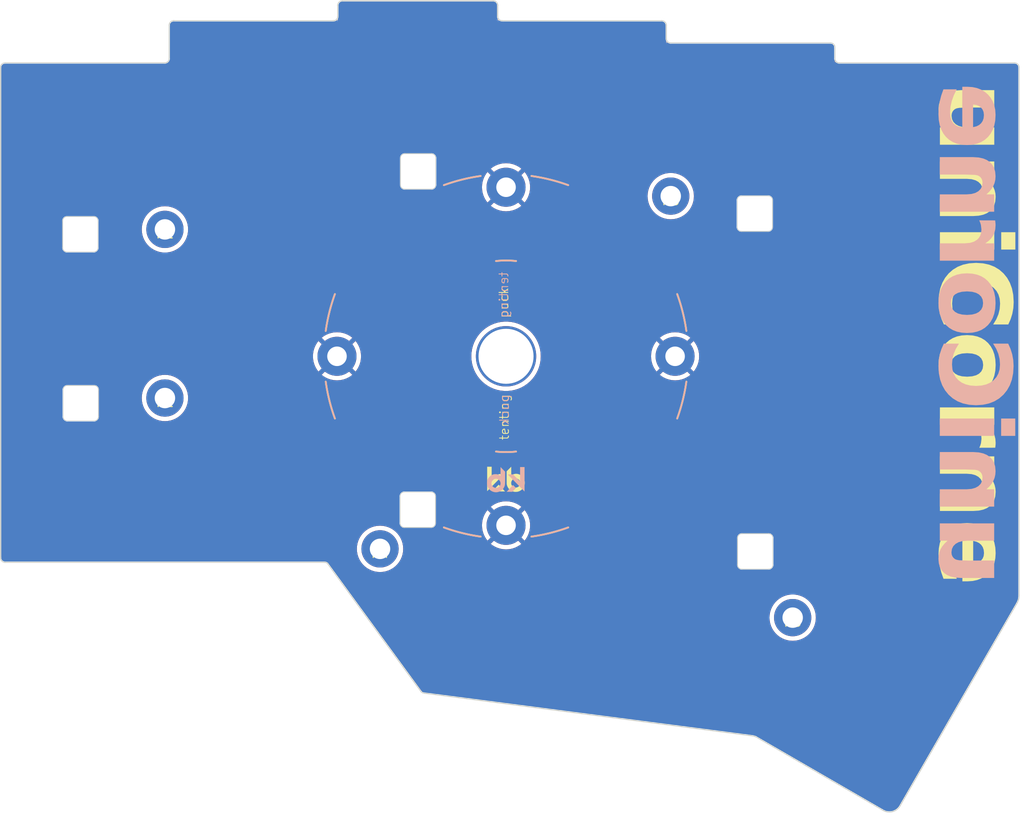
<source format=kicad_pcb>
(kicad_pcb (version 20221018) (generator pcbnew)
  (layers (0 "F.Cu" signal) (31 "B.Cu" signal) (34 "B.Paste" user) (35 "F.Paste" user) (36 "B.SilkS" user "B.Silkscreen") (37 "F.SilkS" user "F.Silkscreen") (38 "B.Mask" user) (39 "F.Mask" user) (44 "Edge.Cuts" user))
  (net 0 "")
  (net 1 "GND")
  (footprint "KBD_PARTS:M2_Hole_TH" (layer "F.Cu") (at 98.39 105.846905)
    (fp_text reference "H2" (at 0 0.5) (layer "F.SilkS"))
    (fp_text value "MountingHole")
    (pad "" thru_hole circle locked (at 0 0.003095) (size 4.2 4.2) (drill 2.3) (layers "*.Cu" "*.Mask"))
  )
  (footprint "KBD_PARTS:M2_Hole_TH" (layer "F.Cu") (at 122.63 122.846905)
    (fp_text reference "H4" (at 0 0.5) (layer "F.SilkS"))
    (fp_text value "MountingHole")
    (pad "" thru_hole circle locked (at 0 0) (size 4.2 4.2) (drill 2.3) (layers "*.Cu" "*.Mask"))
  )
  (footprint "KBD_PARTS:M2_Hole_TH" (layer "F.Cu") (at 98.39 86.846905)
    (fp_text reference "H1" (at 0 0.5) (layer "F.SilkS"))
    (fp_text value "MountingHole")
    (pad "" thru_hole circle locked (at 0 0) (size 4.2 4.2) (drill 2.3) (layers "*.Cu" "*.Mask"))
  )
  (footprint "KBD_PARTS:M2_Hole_TH" (layer "F.Cu") (at 169.13 130.596905)
    (fp_text reference "H3" (at 0 0.5) (layer "F.SilkS"))
    (fp_text value "MountingHole")
    (pad "" thru_hole circle locked (at 0 0) (size 4.2 4.2) (drill 2.3) (layers "*.Cu" "*.Mask"))
  )
  (footprint "KBD_PARTS:M2_Hole_TH" (layer "F.Cu") (at 155.39 83.096905)
    (fp_text reference "H5" (at 0 0.5) (layer "F.SilkS"))
    (fp_text value "MountingHole")
    (pad "" thru_hole circle locked (at 0 0) (size 4.2 4.2) (drill 2.3) (layers "*.Cu" "*.Mask"))
  )
  (footprint "PCM_marbastlib-various:SplitkbTentingPuck" (layer "F.Cu") (at 136.83 101.146905)
    (fp_text reference "J3")
    (fp_text value "Tenting Puck")
    (fp_text user "puck" (at -0.1905 6.0325 90 unlocked) (layer "B.SilkS") (effects (font (thickness 0.1)) (justify mirror)))
    (fp_text user "tenting" (at -0.254 -6.9215 90) (layer "B.SilkS") (effects (font (thickness 0.1)) (justify mirror)))
    (fp_text user "tenting" (at -0.1905 6.858 90) (layer "F.SilkS") (effects (font (thickness 0.1))))
    (fp_text user "puck" (at -0.254 -6.0325 90) (layer "F.SilkS") (effects (font (thickness 0.1))))
    (fp_arc (start -20.32 -2.8575) (mid -19.91151 -4.959784) (end -19.286136 -7.008044) (stroke (width 0.2)) (layer "B.SilkS"))
    (fp_arc (start -19.286135 7.008046) (mid -19.91151 4.959785) (end -20.32 2.8575) (stroke (width 0.2)) (layer "B.SilkS"))
    (fp_arc (start -7.008046 -19.286135) (mid -4.959785 -19.91151) (end -2.8575 -20.32) (stroke (width 0.2)) (layer "B.SilkS"))
    (fp_arc (start -2.8575 20.32) (mid -4.959785 19.91151) (end -7.008045 19.286135) (stroke (width 0.2)) (layer "B.SilkS"))
    (fp_arc (start -1.128385 -10.735864) (mid -0.564967 -10.780206) (end 0 -10.795) (stroke (width 0.2)) (layer "B.SilkS"))
    (fp_arc (start 0 -10.795) (mid 0.564967 -10.780206) (end 1.128385 -10.735864) (stroke (width 0.2)) (layer "B.SilkS"))
    (fp_arc (start 0 10.795) (mid -0.564967 10.780206) (end -1.128385 10.735864) (stroke (width 0.2)) (layer "B.SilkS"))
    (fp_arc (start 1.128385 10.735864) (mid 0.564967 10.780206) (end 0 10.795) (stroke (width 0.2)) (layer "B.SilkS"))
    (fp_arc (start 2.8575 -20.32) (mid 4.959787 -19.91151) (end 7.008049 -19.286134) (stroke (width 0.2)) (layer "B.SilkS"))
    (fp_arc (start 7.008045 19.286135) (mid 4.959785 19.91151) (end 2.8575 20.32) (stroke (width 0.2)) (layer "B.SilkS"))
    (fp_arc (start 19.286134 -7.008048) (mid 19.91151 -4.959786) (end 20.32 -2.8575) (stroke (width 0.2)) (layer "B.SilkS"))
    (fp_arc (start 20.32 2.8575) (mid 19.91151 4.959786) (end 19.286134 7.008048) (stroke (width 0.2)) (layer "B.SilkS"))
    (fp_poly (pts (xy 1.584498 14.118044) (xy 0.781552 13.315344) (xy 0.493184 13.318438) (xy 0.204816 13.321531) (xy 1.05204 14.181668) (xy 1.169965 14.301391) (xy 1.284764 14.41794) (xy 1.395218 14.53008) (xy 1.50011 14.636573) (xy 1.598222 14.736184) (xy 1.688337 14.827677) (xy 1.769236 14.909814) (xy 1.839703 14.981359) (xy 1.898519 15.041077) (xy 1.944466 15.087731) (xy 1.976327 15.120084) (xy 1.990108 15.13408) (xy 2.080952 15.226356) (xy 2.080952 12.484486) (xy 1.584498 12.484486) (xy 1.584498 14.118044)) (stroke (width 0.01)) (fill solid) (layer "B.SilkS"))
    (fp_poly (pts (xy 0.777718 14.524575) (xy 0.755015 14.547438) (xy 0.720536 14.582969) (xy 0.676267 14.629061) (xy 0.6242 14.683607) (xy 0.566321 14.744501) (xy 0.504622 14.809636) (xy 0.441089 14.876906) (xy 0.377714 14.944204) (xy 0.316484 15.009423) (xy 0.259388 15.070458) (xy 0.208416 15.125201) (xy 0.165556 15.171546) (xy 0.132798 15.207386) (xy 0.11213 15.230615) (xy 0.109837 15.233306) (xy 0.081536 15.266941) (xy 0.70155 15.266941) (xy 0.8749 15.090872) (xy 0.928642 15.036129) (xy 0.978925 14.984616) (xy 1.022741 14.939436) (xy 1.057087 14.90369) (xy 1.078955 14.880481) (xy 1.082132 14.876989) (xy 1.116014 14.839174) (xy 0.954979 14.67783) (xy 0.905266 14.628375) (xy 0.861042 14.58505) (xy 0.824895 14.550337) (xy 0.799413 14.526717) (xy 0.787184 14.516669) (xy 0.786653 14.516486) (xy 0.777718 14.524575)) (stroke (width 0.01)) (fill solid) (layer "B.SilkS"))
    (fp_poly (pts (xy -0.620536 12.983827) (xy -0.620728 13.088067) (xy -0.621217 13.184812) (xy -0.621967 13.271698) (xy -0.622943 13.34636) (xy -0.624112 13.406435) (xy -0.625439 13.449558) (xy -0.626888 13.473365) (xy -0.627796 13.477395) (xy -0.640227 13.471081) (xy -0.665073 13.454738) (xy -0.689207 13.437536) (xy -0.803904 13.366814) (xy -0.92612 13.31771) (xy -1.056503 13.290034) (xy -1.195704 13.283596) (xy -1.213516 13.284264) (xy -1.303151 13.290816) (xy -1.379634 13.302753) (xy -1.451286 13.322245) (xy -1.526424 13.351462) (xy -1.596275 13.384101) (xy -1.724208 13.459394) (xy -1.837128 13.551374) (xy -1.934022 13.658363) (xy -2.01388 13.778688) (xy -2.07569 13.910673) (xy -2.118442 14.052642) (xy -2.141123 14.202921) (xy -2.144684 14.292591) (xy -2.134393 14.445069) (xy -2.103037 14.589633) (xy -2.049892 14.728869) (xy -1.992637 14.835788) (xy -1.906925 14.956081) (xy -1.805312 15.06093) (xy -1.689979 15.149252) (xy -1.563104 15.219966) (xy -1.426868 15.271989) (xy -1.283449 15.304242) (xy -1.135028 15.315641) (xy -1.034782 15.311158) (xy -0.890174 15.286277) (xy -0.749606 15.240002) (xy -0.616433 15.174023) (xy -0.494013 15.090026) (xy -0.385701 14.9897) (xy -0.377307 14.980534) (xy -0.296176 14.876414) (xy -0.226484 14.758232) (xy -0.171318 14.632369) (xy -0.133765 14.505209) (xy -0.124896 14.458759) (xy -0.122283 14.430364) (xy -0.119938 14.380292) (xy -0.118469 14.329958) (xy -0.614807 14.329958) (xy -0.625379 14.427507) (xy -0.655811 14.521526) (xy -0.684465 14.575671) (xy -0.751399 14.663954) (xy -0.83088 14.734831) (xy -0.920312 14.787324) (xy -1.017098 14.820456) (xy -1.118639 14.83325) (xy -1.22234 14.824729) (xy -1.295167 14.805441) (xy -1.338164 14.789355) (xy -1.379069 14.771995) (xy -1.395236 14.764219) (xy -1.440522 14.733215) (xy -1.489845 14.687021) (xy -1.537902 14.631565) (xy -1.579387 14.572771) (xy -1.600875 14.534444) (xy -1.621056 14.490198) (xy -1.633701 14.45159) (xy -1.641058 14.409298) (xy -1.645376 14.353995) (xy -1.645658 14.348705) (xy -1.64229 14.24146) (xy -1.619434 14.143568) (xy -1.575782 14.050145) (xy -1.558012 14.021616) (xy -1.49347 13.943712) (xy -1.414653 13.881542) (xy -1.325017 13.836046) (xy -1.228018 13.808168) (xy -1.127114 13.798848) (xy -1.025762 13.80903) (xy -0.927416 13.839655) (xy -0.913413 13.845941) (xy -0.825461 13.89889) (xy -0.751471 13.967104) (xy -0.692428 14.04745) (xy -0.649315 14.136797) (xy -0.623113 14.23201) (xy -0.614807 14.329958) (xy -0.118469 14.329958) (xy -0.117885 14.309955) (xy -0.116146 14.220766) (xy -0.114743 14.114137) (xy -0.113699 13.991481) (xy -0.113035 13.854209) (xy -0.112774 13.703735) (xy -0.112771 13.691999) (xy -0.112684 13.000285) (xy -0.620388 12.490259) (xy -0.620536 12.983827)) (stroke (width 0.01)) (fill solid) (layer "B.SilkS"))
    (fp_arc (start -20.32 -2.8575) (mid -19.91151 -4.959786) (end -19.286134 -7.008048) (stroke (width 0.2)) (layer "F.SilkS"))
    (fp_arc (start -19.286134 7.008047) (mid -19.91151 4.959786) (end -20.32 2.8575) (stroke (width 0.2)) (layer "F.SilkS"))
    (fp_arc (start -7.008048 -19.286134) (mid -4.959786 -19.91151) (end -2.8575 -20.32) (stroke (width 0.2)) (layer "F.SilkS"))
    (fp_arc (start -2.8575 20.32) (mid -4.959785 19.91151) (end -7.008046 19.286135) (stroke (width 0.2)) (layer "F.SilkS"))
    (fp_arc (start -1.128385 -10.735864) (mid -0.564967 -10.780206) (end 0 -10.795) (stroke (width 0.2)) (layer "F.SilkS"))
    (fp_arc (start 0 -10.795) (mid 0.564967 -10.780206) (end 1.128385 -10.735864) (stroke (width 0.2)) (layer "F.SilkS"))
    (fp_arc (start 0 10.795) (mid -0.564967 10.780206) (end -1.128385 10.735864) (stroke (width 0.2)) (layer "F.SilkS"))
    (fp_arc (start 1.128385 10.735864) (mid 0.564967 10.780206) (end 0 10.795) (stroke (width 0.2)) (layer "F.SilkS"))
    (fp_arc (start 2.8575 -20.32) (mid 4.959786 -19.91151) (end 7.008047 -19.286134) (stroke (width 0.2)) (layer "F.SilkS"))
    (fp_arc (start 7.008047 19.286134) (mid 4.959786 19.91151) (end 2.8575 20.32) (stroke (width 0.2)) (layer "F.SilkS"))
    (fp_arc (start 19.286135 -7.008045) (mid 19.91151 -4.959785) (end 20.32 -2.8575) (stroke (width 0.2)) (layer "F.SilkS"))
    (fp_arc (start 20.32 2.8575) (mid 19.91151 4.959785) (end 19.286135 7.008046) (stroke (width 0.2)) (layer "F.SilkS"))
    (fp_poly (pts (xy -1.626755 14.081867) (xy -0.823809 13.279167) (xy -0.535441 13.282261) (xy -0.247073 13.285354) (xy -1.094297 14.145491) (xy -1.212222 14.265214) (xy -1.327021 14.381763) (xy -1.437475 14.493903) (xy -1.542367 14.600396) (xy -1.640479 14.700007) (xy -1.730594 14.7915) (xy -1.811493 14.873637) (xy -1.88196 14.945182) (xy -1.940776 15.0049) (xy -1.986723 15.051554) (xy -2.018584 15.083907) (xy -2.032365 15.097903) (xy -2.123209 15.190179) (xy -2.123209 12.448309) (xy -1.626755 12.448309) (xy -1.626755 14.081867)) (stroke (width 0.01)) (fill solid) (layer "F.SilkS"))
    (fp_poly (pts (xy -0.819975 14.488398) (xy -0.797272 14.511261) (xy -0.762793 14.546792) (xy -0.718524 14.592884) (xy -0.666457 14.64743) (xy -0.608578 14.708324) (xy -0.546879 14.773459) (xy -0.483346 14.840729) (xy -0.419971 14.908027) (xy -0.358741 14.973246) (xy -0.301645 15.034281) (xy -0.250673 15.089024) (xy -0.207813 15.135369) (xy -0.175055 15.171209) (xy -0.154387 15.194438) (xy -0.152094 15.197129) (xy -0.123793 15.230764) (xy -0.743807 15.230764) (xy -0.917157 15.054695) (xy -0.970899 14.999952) (xy -1.021182 14.948439) (xy -1.064998 14.903259) (xy -1.099344 14.867513) (xy -1.121212 14.844304) (xy -1.124389 14.840812) (xy -1.158271 14.802997) (xy -0.997236 14.641653) (xy -0.947523 14.592198) (xy -0.903299 14.548873) (xy -0.867152 14.51416) (xy -0.84167 14.49054) (xy -0.829441 14.480492) (xy -0.82891 14.480309) (xy -0.819975 14.488398)) (stroke (width 0.01)) (fill solid) (layer "F.SilkS"))
    (fp_poly (pts (xy 0.578279 12.94765) (xy 0.578471 13.05189) (xy 0.57896 13.148635) (xy 0.57971 13.235521) (xy 0.580686 13.310183) (xy 0.581855 13.370258) (xy 0.583182 13.413381) (xy 0.584631 13.437188) (xy 0.585539 13.441218) (xy 0.59797 13.434904) (xy 0.622816 13.418561) (xy 0.64695 13.401359) (xy 0.761647 13.330637) (xy 0.883863 13.281533) (xy 1.014246 13.253857) (xy 1.153447 13.247419) (xy 1.171259 13.248087) (xy 1.260894 13.254639) (xy 1.337377 13.266576) (xy 1.409029 13.286068) (xy 1.484167 13.315285) (xy 1.554018 13.347924) (xy 1.681951 13.423217) (xy 1.794871 13.515197) (xy 1.891765 13.622186) (xy 1.971623 13.742511) (xy 2.033433 13.874496) (xy 2.076185 14.016465) (xy 2.098866 14.166744) (xy 2.102427 14.256414) (xy 2.092136 14.408892) (xy 2.06078 14.553456) (xy 2.007635 14.692692) (xy 1.95038 14.799611) (xy 1.864668 14.919904) (xy 1.763055 15.024753) (xy 1.647722 15.113075) (xy 1.520847 15.183789) (xy 1.384611 15.235812) (xy 1.241192 15.268065) (xy 1.092771 15.279464) (xy 0.992525 15.274981) (xy 0.847917 15.2501) (xy 0.707349 15.203825) (xy 0.574176 15.137846) (xy 0.451756 15.053849) (xy 0.343444 14.953523) (xy 0.33505 14.944357) (xy 0.253919 14.840237) (xy 0.184227 14.722055) (xy 0.129061 14.596192) (xy 0.091508 14.469032) (xy 0.082639 14.422582) (xy 0.080026 14.394187) (xy 0.077681 14.344115) (xy 0.076212 14.293781) (xy 0.57255 14.293781) (xy 0.583122 14.39133) (xy 0.613554 14.485349) (xy 0.642208 14.539494) (xy 0.709142 14.627777) (xy 0.788623 14.698654) (xy 0.878055 14.751147) (xy 0.974841 14.784279) (xy 1.076382 14.797073) (xy 1.180083 14.788552) (xy 1.25291 14.769264) (xy 1.295907 14.753178) (xy 1.336812 14.735818) (xy 1.352979 14.728042) (xy 1.398265 14.697038) (xy 1.447588 14.650844) (xy 1.495645 14.595388) (xy 1.53713 14.536594) (xy 1.558618 14.498267) (xy 1.578799 14.454021) (xy 1.591444 14.415413) (xy 1.598801 14.373121) (xy 1.603119 14.317818) (xy 1.603401 14.312528) (xy 1.600033 14.205283) (xy 1.577177 14.107391) (xy 1.533525 14.013968) (xy 1.515755 13.985439) (xy 1.451213 13.907535) (xy 1.372396 13.845365) (xy 1.28276 13.799869) (xy 1.185761 13.771991) (xy 1.084857 13.762671) (xy 0.983505 13.772853) (xy 0.885159 13.803478) (xy 0.871156 13.809764) (xy 0.783204 13.862713) (xy 0.709214 13.930927) (xy 0.650171 14.011273) (xy 0.607058 14.10062) (xy 0.580856 14.195833) (xy 0.57255 14.293781) (xy 0.076212 14.293781) (xy 0.075628 14.273778) (xy 0.073889 14.184589) (xy 0.072486 14.07796) (xy 0.071442 13.955304) (xy 0.070778 13.818032) (xy 0.070517 13.667558) (xy 0.070514 13.655822) (xy 0.070427 12.964108) (xy 0.578131 12.454082) (xy 0.578279 12.94765)) (stroke (width 0.01)) (fill solid) (layer "F.SilkS"))
    (pad "" thru_hole circle locked (at 0 0) (size 6.8 6.8) (drill 6.2) (layers "*.Cu" "*.Mask"))
    (pad "1" thru_hole circle locked (at -19.05 0) (size 4.4 4.4) (drill 2.2) (layers "*.Cu" "*.Mask") (net 1 "GND"))
    (pad "1" thru_hole circle locked (at 0 -19.05) (size 4.4 4.4) (drill 2.2) (layers "*.Cu" "*.Mask") (net 1 "GND"))
    (pad "1" thru_hole circle locked (at 0 19.05) (size 4.4 4.4) (drill 2.2) (layers "*.Cu" "*.Mask") (net 1 "GND"))
    (pad "1" thru_hole circle locked (at 19.05 0) (size 4.4 4.4) (drill 2.2) (layers "*.Cu" "*.Mask") (net 1 "GND"))
  )
  (gr_line (start 87.346567 89.397697) (end 90.370385 89.397697) (stroke (width 0.1)) (layer "Edge.Cuts"))
  (gr_line (start 117.88 61.596905) (end 117.88 62.846905) (stroke (width 0.15)) (layer "Edge.Cuts"))
  (gr_line (start 163.346567 87.066309) (end 166.370385 87.066309) (stroke (width 0.1)) (layer "Edge.Cuts"))
  (gr_line (start 128.880792 119.950338) (end 128.880792 116.925132) (stroke (width 0.1)) (layer "Edge.Cuts"))
  (gr_line (start 154.88 65.346905) (end 154.88 63.846905) (stroke (width 0.15)) (layer "Edge.Cuts"))
  (gr_line (start 166.860792 86.580338) (end 166.860792 83.555132) (stroke (width 0.1)) (layer "Edge.Cuts"))
  (gr_arc (start 166.433433 121.132084) (mid 166.774244 121.279726) (end 166.910792 121.625132) (stroke (width 0.1)) (layer "Edge.Cuts"))
  (gr_arc (start 98.88 63.846905) (mid 99.026447 63.493352) (end 99.38 63.346905) (stroke (width 0.15)) (layer "Edge.Cuts"))
  (gr_arc (start 174.38 68.096905) (mid 174.026447 67.950458) (end 173.88 67.596905) (stroke (width 0.15)) (layer "Edge.Cuts"))
  (gr_arc (start 124.926567 78.792084) (mid 125.074435 78.450322) (end 125.420204 78.312084) (stroke (width 0.1)) (layer "Edge.Cuts"))
  (gr_line (start 90.860792 88.911726) (end 90.860792 85.88652) (stroke (width 0.1)) (layer "Edge.Cuts"))
  (gr_line (start 116.73 124.496905) (end 127.28 138.946905) (stroke (width 0.15)) (layer "Edge.Cuts"))
  (gr_arc (start 128.880792 119.950338) (mid 128.735347 120.293993) (end 128.390385 120.436309) (stroke (width 0.1)) (layer "Edge.Cuts"))
  (gr_line (start 86.906567 104.912084) (end 86.906567 107.945902) (stroke (width 0.1)) (layer "Edge.Cuts"))
  (gr_arc (start 194.13 68.096905) (mid 194.483553 68.243352) (end 194.63 68.596905) (stroke (width 0.15)) (layer "Edge.Cuts"))
  (gr_line (start 124.926567 78.792084) (end 124.926567 81.825902) (stroke (width 0.1)) (layer "Edge.Cuts"))
  (gr_arc (start 86.866567 85.873472) (mid 87.014435 85.53171) (end 87.360204 85.393472) (stroke (width 0.1)) (layer "Edge.Cuts"))
  (gr_line (start 90.900792 107.950338) (end 90.900792 104.925132) (stroke (width 0.1)) (layer "Edge.Cuts"))
  (gr_line (start 166.383433 83.062084) (end 163.360204 83.062084) (stroke (width 0.1)) (layer "Edge.Cuts"))
  (gr_arc (start 155.38 65.846905) (mid 155.026447 65.700458) (end 154.88 65.346905) (stroke (width 0.15)) (layer "Edge.Cuts"))
  (gr_line (start 162.866567 83.542084) (end 162.866567 86.575902) (stroke (width 0.1)) (layer "Edge.Cuts"))
  (gr_arc (start 166.383433 83.062084) (mid 166.725167 83.209566) (end 166.863433 83.555132) (stroke (width 0.1)) (layer "Edge.Cuts"))
  (gr_line (start 98.38 68.096905) (end 80.38 68.096905) (stroke (width 0.15)) (layer "Edge.Cuts"))
  (gr_line (start 117.38 63.346905) (end 99.38 63.346905) (stroke (width 0.15)) (layer "Edge.Cuts"))
  (gr_arc (start 194.63 128.071905) (mid 194.575218 128.523573) (end 194.402764 128.944601) (stroke (width 0.15)) (layer "Edge.Cuts"))
  (gr_arc (start 125.366567 120.436309) (mid 125.025 120.290517) (end 124.886567 119.945902) (stroke (width 0.1)) (layer "Edge.Cuts"))
  (gr_line (start 135.88 62.846905) (end 135.88 61.596905) (stroke (width 0.15)) (layer "Edge.Cuts"))
  (gr_line (start 86.866567 85.873472) (end 86.866567 88.90729) (stroke (width 0.1)) (layer "Edge.Cuts"))
  (gr_arc (start 135.38 61.096905) (mid 135.733553 61.243352) (end 135.88 61.596905) (stroke (width 0.15)) (layer "Edge.Cuts"))
  (gr_arc (start 127.63 139.096905) (mid 127.438658 139.058845) (end 127.276447 138.950458) (stroke (width 0.15)) (layer "Edge.Cuts"))
  (gr_line (start 181.18 151.871905) (end 194.405 128.946905) (stroke (width 0.15)) (layer "Edge.Cuts"))
  (gr_line (start 128.403433 116.432084) (end 125.380204 116.432084) (stroke (width 0.1)) (layer "Edge.Cuts"))
  (gr_arc (start 80.38 124.346905) (mid 80.026447 124.200458) (end 79.88 123.846905) (stroke (width 0.15)) (layer "Edge.Cuts"))
  (gr_arc (start 164.300556 143.867249) (mid 164.630952 143.916054) (end 164.955 143.996905) (stroke (width 0.15)) (layer "Edge.Cuts"))
  (gr_line (start 98.88 63.846905) (end 98.88 67.596905) (stroke (width 0.15)) (layer "Edge.Cuts"))
  (gr_line (start 173.38 65.846905) (end 155.38 65.846905) (stroke (width 0.15)) (layer "Edge.Cuts"))
  (gr_arc (start 128.920792 81.830338) (mid 128.775347 82.173993) (end 128.430385 82.316309) (stroke (width 0.1)) (layer "Edge.Cuts"))
  (gr_line (start 124.886567 116.912084) (end 124.886567 119.945902) (stroke (width 0.1)) (layer "Edge.Cuts"))
  (gr_arc (start 90.900792 107.950338) (mid 90.755347 108.293993) (end 90.410385 108.436309) (stroke (width 0.1)) (layer "Edge.Cuts"))
  (gr_line (start 116.38 124.346905) (end 80.38 124.346905) (stroke (width 0.15)) (layer "Edge.Cuts"))
  (gr_line (start 127.63 139.096905) (end 164.300556 143.867249) (stroke (width 0.15)) (layer "Edge.Cuts"))
  (gr_line (start 163.396567 125.136309) (end 166.420385 125.136309) (stroke (width 0.1)) (layer "Edge.Cuts"))
  (gr_arc (start 116.38 124.346905) (mid 116.571342 124.384965) (end 116.733553 124.493352) (stroke (width 0.15)) (layer "Edge.Cuts"))
  (gr_arc (start 154.38 63.346905) (mid 154.733553 63.493352) (end 154.88 63.846905) (stroke (width 0.15)) (layer "Edge.Cuts"))
  (gr_arc (start 125.406567 82.316309) (mid 125.065 82.170517) (end 124.926567 81.825902) (stroke (width 0.1)) (layer "Edge.Cuts"))
  (gr_arc (start 124.886567 116.912084) (mid 125.034435 116.570322) (end 125.380204 116.432084) (stroke (width 0.1)) (layer "Edge.Cuts"))
  (gr_arc (start 163.346567 87.066309) (mid 163.005 86.920517) (end 162.866567 86.575902) (stroke (width 0.1)) (layer "Edge.Cuts"))
  (gr_arc (start 87.386567 108.436309) (mid 87.045 108.290517) (end 86.906567 107.945902) (stroke (width 0.1)) (layer "Edge.Cuts"))
  (gr_arc (start 117.88 62.846905) (mid 117.733553 63.200458) (end 117.38 63.346905) (stroke (width 0.15)) (layer "Edge.Cuts"))
  (gr_arc (start 87.346567 89.397697) (mid 87.005 89.251905) (end 86.866567 88.90729) (stroke (width 0.1)) (layer "Edge.Cuts"))
  (gr_arc (start 163.396567 125.136309) (mid 163.055 124.990517) (end 162.916567 124.645902) (stroke (width 0.1)) (layer "Edge.Cuts"))
  (gr_line (start 194.13 68.096905) (end 174.38 68.096905) (stroke (width 0.15)) (layer "Edge.Cuts"))
  (gr_arc (start 162.866567 83.542084) (mid 163.014435 83.200322) (end 163.360204 83.062084) (stroke (width 0.1)) (layer "Edge.Cuts"))
  (gr_arc (start 136.38 63.346905) (mid 136.026447 63.200458) (end 135.88 62.846905) (stroke (width 0.15)) (layer "Edge.Cuts"))
  (gr_arc (start 173.38 65.846905) (mid 173.733553 65.993352) (end 173.88 66.346905) (stroke (width 0.15)) (layer "Edge.Cuts"))
  (gr_line (start 79.88 68.596905) (end 79.88 123.846905) (stroke (width 0.15)) (layer "Edge.Cuts"))
  (gr_line (start 90.383433 85.393472) (end 87.360204 85.393472) (stroke (width 0.1)) (layer "Edge.Cuts"))
  (gr_line (start 128.920792 81.830338) (end 128.920792 78.805132) (stroke (width 0.1)) (layer "Edge.Cuts"))
  (gr_line (start 128.443433 78.312084) (end 125.420204 78.312084) (stroke (width 0.1)) (layer "Edge.Cuts"))
  (gr_arc (start 90.860792 88.911726) (mid 90.715351 89.255384) (end 90.370385 89.397697) (stroke (width 0.1)) (layer "Edge.Cuts"))
  (gr_arc (start 128.443433 78.312084) (mid 128.784244 78.459726) (end 128.920792 78.805132) (stroke (width 0.1)) (layer "Edge.Cuts"))
  (gr_line (start 154.38 63.346905) (end 136.38 63.346905) (stroke (width 0.15)) (layer "Edge.Cuts"))
  (gr_line (start 87.386567 108.436309) (end 90.410385 108.436309) (stroke (width 0.1)) (layer "Edge.Cuts"))
  (gr_line (start 135.38 61.096905) (end 118.38 61.096905) (stroke (width 0.15)) (layer "Edge.Cuts"))
  (gr_arc (start 128.403433 116.432084) (mid 128.744244 116.579726) (end 128.880792 116.925132) (stroke (width 0.1)) (layer "Edge.Cuts"))
  (gr_arc (start 181.172949 151.875488) (mid 180.307399 152.460121) (end 179.28 152.271905) (stroke (width 0.15)) (layer "Edge.Cuts"))
  (gr_arc (start 90.383433 85.393472) (mid 90.724241 85.541117) (end 90.860792 85.88652) (stroke (width 0.1)) (layer "Edge.Cuts"))
  (gr_line (start 125.366567 120.436309) (end 128.390385 120.436309) (stroke (width 0.1)) (layer "Edge.Cuts"))
  (gr_arc (start 162.916567 121.612084) (mid 163.064435 121.270322) (end 163.410204 121.132084) (stroke (width 0.1)) (layer "Edge.Cuts"))
  (gr_line (start 194.63 68.596905) (end 194.63 128.071905) (stroke (width 0.15)) (layer "Edge.Cuts"))
  (gr_arc (start 166.910792 124.650338) (mid 166.765347 124.993993) (end 166.420385 125.136309) (stroke (width 0.1)) (layer "Edge.Cuts"))
  (gr_line (start 90.423433 104.432084) (end 87.400204 104.432084) (stroke (width 0.1)) (layer "Edge.Cuts"))
  (gr_arc (start 117.88 61.596905) (mid 118.026447 61.243352) (end 118.38 61.096905) (stroke (width 0.15)) (layer "Edge.Cuts"))
  (gr_line (start 164.955 143.996905) (end 179.28 152.271905) (stroke (width 0.15)) (layer "Edge.Cuts"))
  (gr_arc (start 79.88 68.596905) (mid 80.026447 68.243352) (end 80.38 68.096905) (stroke (width 0.15)) (layer "Edge.Cuts"))
  (gr_line (start 166.910792 124.650338) (end 166.910792 121.625132) (stroke (width 0.1)) (layer "Edge.Cuts"))
  (gr_arc (start 86.906567 104.912084) (mid 87.054435 104.570322) (end 87.400204 104.432084) (stroke (width 0.1)) (layer "Edge.Cuts"))
  (gr_arc (start 166.860792 86.580338) (mid 166.715347 86.923993) (end 166.370385 87.066309) (stroke (width 0.1)) (layer "Edge.Cuts"))
  (gr_line (start 166.433433 121.132084) (end 163.410204 121.132084) (stroke (width 0.1)) (layer "Edge.Cuts"))
  (gr_line (start 162.916567 121.612084) (end 162.916567 124.645902) (stroke (width 0.1)) (layer "Edge.Cuts"))
  (gr_arc (start 98.88 67.596905) (mid 98.733553 67.950458) (end 98.38 68.096905) (stroke (width 0.15)) (layer "Edge.Cuts"))
  (gr_arc (start 90.423433 104.432084) (mid 90.764244 104.579726) (end 90.900792 104.925132) (stroke (width 0.1)) (layer "Edge.Cuts"))
  (gr_line (start 125.406567 82.316309) (end 128.430385 82.316309) (stroke (width 0.1)) (layer "Edge.Cuts"))
  (gr_line (start 173.88 66.346905) (end 173.88 67.596905) (stroke (width 0.15)) (layer "Edge.Cuts"))
  (gr_text "uniCorne" (at 184.35 127 270) (layer "B.SilkS") (effects (font (size 8 8) (thickness 2) bold) (justify left bottom mirror)))
  (gr_text "uniCorne" (at 184.36 70.28 270) (layer "F.SilkS") (effects (font (size 8 8) (thickness 2) bold) (justify left bottom)))
  (zone (net 1) (net_name "GND") (layer "F.Cu") (connect_pads (clearance 0.508)) (min_thickness 0.254) (fill yes (thermal_gap 0.508) (thermal_bridge_width 0.508))
    (polygon (pts (xy 194.58 67.996905) (xy 173.88 67.996905) (xy 173.88 65.796905) (xy 154.88 65.796905) (xy 154.88 63.296905) (xy 135.88 63.296905) (xy 135.88 60.996905) (xy 117.88 60.996905) (xy 117.88 63.296905) (xy 98.91 63.43) (xy 98.78 67.996905) (xy 79.84 68.05) (xy 79.91 124.3) (xy 116.48 124.296905) (xy 127.48 139.096905) (xy 164.92 143.99) (xy 180.5 152.98) (xy 194.68 128.396905) (xy 194.68 67.996905)))
  )
  (zone (net 1) (net_name "GND") (layer "B.Cu") (connect_pads (clearance 0.508)) (min_thickness 0.254) (fill yes (thermal_gap 0.508) (thermal_bridge_width 0.508))
    (polygon (pts (xy 194.58 67.996905) (xy 173.88 67.996905) (xy 173.88 65.796905) (xy 154.88 65.796905) (xy 154.88 63.296905) (xy 135.88 63.296905) (xy 135.88 60.996905) (xy 117.88 60.996905) (xy 117.88 63.296905) (xy 98.88 63.35) (xy 98.78 67.996905) (xy 79.87 68.04) (xy 79.88 124.37) (xy 116.48 124.296905) (xy 127.48 139.096905) (xy 164.89 143.99) (xy 180.5 152.96) (xy 194.68 128.396905) (xy 194.68 67.996905)))
  )
)
</source>
